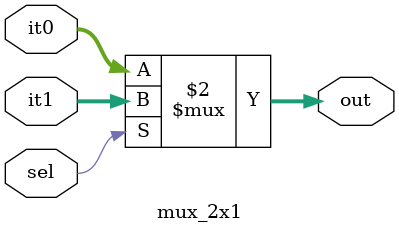
<source format=v>
module mux_2x1 #(parameter N=8) 
(input [N-1:0] it0,it1, 
input sel, 
output[N-1:0] out);

assign out = (sel==1'b1)?it1:it0; //Se Sel for 1 atribui a out o valor de i1

endmodule

</source>
